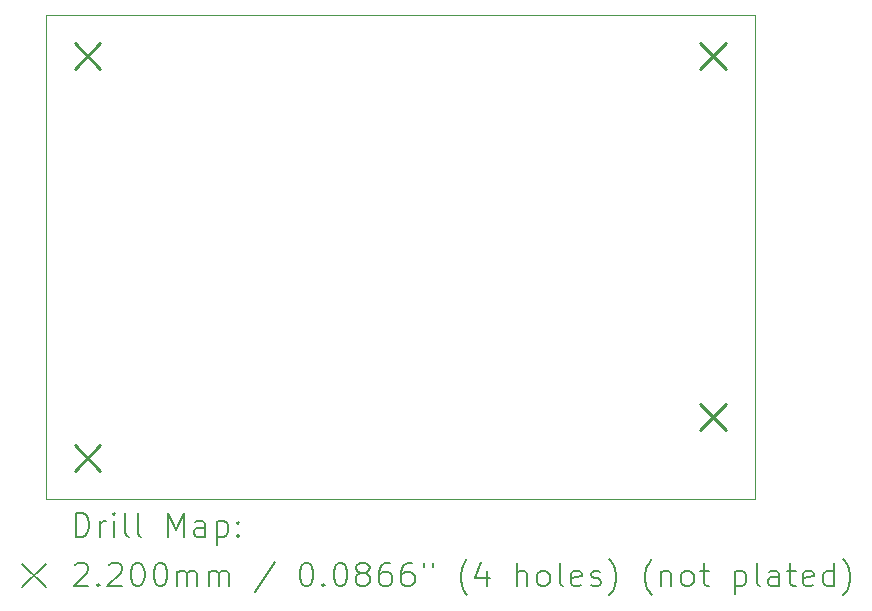
<source format=gbr>
%FSLAX45Y45*%
G04 Gerber Fmt 4.5, Leading zero omitted, Abs format (unit mm)*
G04 Created by KiCad (PCBNEW (6.99.0)) date 2022-12-27 21:54:53*
%MOMM*%
%LPD*%
G01*
G04 APERTURE LIST*
%TA.AperFunction,Profile*%
%ADD10C,0.100000*%
%TD*%
%ADD11C,0.200000*%
%ADD12C,0.220000*%
G04 APERTURE END LIST*
D10*
X0Y0D02*
X6000000Y0D01*
X6000000Y0D02*
X6000000Y-4100000D01*
X6000000Y-4100000D02*
X0Y-4100000D01*
X0Y-4100000D02*
X0Y0D01*
D11*
D12*
X240000Y-240000D02*
X460000Y-460000D01*
X460000Y-240000D02*
X240000Y-460000D01*
X240000Y-3640000D02*
X460000Y-3860000D01*
X460000Y-3640000D02*
X240000Y-3860000D01*
X5540000Y-240000D02*
X5760000Y-460000D01*
X5760000Y-240000D02*
X5540000Y-460000D01*
X5540000Y-3290000D02*
X5760000Y-3510000D01*
X5760000Y-3290000D02*
X5540000Y-3510000D01*
D11*
X252619Y-4415476D02*
X252619Y-4215476D01*
X300238Y-4215476D01*
X328810Y-4225000D01*
X347857Y-4244048D01*
X357381Y-4263095D01*
X366905Y-4301190D01*
X366905Y-4329762D01*
X357381Y-4367857D01*
X347857Y-4386905D01*
X328810Y-4405952D01*
X300238Y-4415476D01*
X252619Y-4415476D01*
X452619Y-4415476D02*
X452619Y-4282143D01*
X452619Y-4320238D02*
X462143Y-4301190D01*
X471667Y-4291667D01*
X490714Y-4282143D01*
X509762Y-4282143D01*
X576429Y-4415476D02*
X576429Y-4282143D01*
X576429Y-4215476D02*
X566905Y-4225000D01*
X576429Y-4234524D01*
X585952Y-4225000D01*
X576429Y-4215476D01*
X576429Y-4234524D01*
X700238Y-4415476D02*
X681190Y-4405952D01*
X671667Y-4386905D01*
X671667Y-4215476D01*
X805000Y-4415476D02*
X785952Y-4405952D01*
X776428Y-4386905D01*
X776428Y-4215476D01*
X1033571Y-4415476D02*
X1033571Y-4215476D01*
X1100238Y-4358333D01*
X1166905Y-4215476D01*
X1166905Y-4415476D01*
X1347857Y-4415476D02*
X1347857Y-4310714D01*
X1338333Y-4291667D01*
X1319286Y-4282143D01*
X1281190Y-4282143D01*
X1262143Y-4291667D01*
X1347857Y-4405952D02*
X1328810Y-4415476D01*
X1281190Y-4415476D01*
X1262143Y-4405952D01*
X1252619Y-4386905D01*
X1252619Y-4367857D01*
X1262143Y-4348810D01*
X1281190Y-4339286D01*
X1328810Y-4339286D01*
X1347857Y-4329762D01*
X1443095Y-4282143D02*
X1443095Y-4482143D01*
X1443095Y-4291667D02*
X1462143Y-4282143D01*
X1500238Y-4282143D01*
X1519286Y-4291667D01*
X1528809Y-4301190D01*
X1538333Y-4320238D01*
X1538333Y-4377381D01*
X1528809Y-4396429D01*
X1519286Y-4405952D01*
X1500238Y-4415476D01*
X1462143Y-4415476D01*
X1443095Y-4405952D01*
X1624048Y-4396429D02*
X1633571Y-4405952D01*
X1624048Y-4415476D01*
X1614524Y-4405952D01*
X1624048Y-4396429D01*
X1624048Y-4415476D01*
X1624048Y-4291667D02*
X1633571Y-4301190D01*
X1624048Y-4310714D01*
X1614524Y-4301190D01*
X1624048Y-4291667D01*
X1624048Y-4310714D01*
X-205000Y-4645000D02*
X-5000Y-4845000D01*
X-5000Y-4645000D02*
X-205000Y-4845000D01*
X243095Y-4654524D02*
X252619Y-4645000D01*
X271667Y-4635476D01*
X319286Y-4635476D01*
X338333Y-4645000D01*
X347857Y-4654524D01*
X357381Y-4673571D01*
X357381Y-4692619D01*
X347857Y-4721190D01*
X233571Y-4835476D01*
X357381Y-4835476D01*
X443095Y-4816429D02*
X452619Y-4825952D01*
X443095Y-4835476D01*
X433571Y-4825952D01*
X443095Y-4816429D01*
X443095Y-4835476D01*
X528810Y-4654524D02*
X538333Y-4645000D01*
X557381Y-4635476D01*
X605000Y-4635476D01*
X624048Y-4645000D01*
X633571Y-4654524D01*
X643095Y-4673571D01*
X643095Y-4692619D01*
X633571Y-4721190D01*
X519286Y-4835476D01*
X643095Y-4835476D01*
X766905Y-4635476D02*
X785952Y-4635476D01*
X805000Y-4645000D01*
X814524Y-4654524D01*
X824048Y-4673571D01*
X833571Y-4711667D01*
X833571Y-4759286D01*
X824048Y-4797381D01*
X814524Y-4816429D01*
X805000Y-4825952D01*
X785952Y-4835476D01*
X766905Y-4835476D01*
X747857Y-4825952D01*
X738333Y-4816429D01*
X728809Y-4797381D01*
X719286Y-4759286D01*
X719286Y-4711667D01*
X728809Y-4673571D01*
X738333Y-4654524D01*
X747857Y-4645000D01*
X766905Y-4635476D01*
X957381Y-4635476D02*
X976428Y-4635476D01*
X995476Y-4645000D01*
X1005000Y-4654524D01*
X1014524Y-4673571D01*
X1024048Y-4711667D01*
X1024048Y-4759286D01*
X1014524Y-4797381D01*
X1005000Y-4816429D01*
X995476Y-4825952D01*
X976428Y-4835476D01*
X957381Y-4835476D01*
X938333Y-4825952D01*
X928809Y-4816429D01*
X919286Y-4797381D01*
X909762Y-4759286D01*
X909762Y-4711667D01*
X919286Y-4673571D01*
X928809Y-4654524D01*
X938333Y-4645000D01*
X957381Y-4635476D01*
X1109762Y-4835476D02*
X1109762Y-4702143D01*
X1109762Y-4721190D02*
X1119286Y-4711667D01*
X1138333Y-4702143D01*
X1166905Y-4702143D01*
X1185952Y-4711667D01*
X1195476Y-4730714D01*
X1195476Y-4835476D01*
X1195476Y-4730714D02*
X1205000Y-4711667D01*
X1224048Y-4702143D01*
X1252619Y-4702143D01*
X1271667Y-4711667D01*
X1281190Y-4730714D01*
X1281190Y-4835476D01*
X1376429Y-4835476D02*
X1376429Y-4702143D01*
X1376429Y-4721190D02*
X1385952Y-4711667D01*
X1405000Y-4702143D01*
X1433571Y-4702143D01*
X1452619Y-4711667D01*
X1462143Y-4730714D01*
X1462143Y-4835476D01*
X1462143Y-4730714D02*
X1471667Y-4711667D01*
X1490714Y-4702143D01*
X1519286Y-4702143D01*
X1538333Y-4711667D01*
X1547857Y-4730714D01*
X1547857Y-4835476D01*
X1938333Y-4625952D02*
X1766905Y-4883095D01*
X2195476Y-4635476D02*
X2214524Y-4635476D01*
X2233571Y-4645000D01*
X2243095Y-4654524D01*
X2252619Y-4673571D01*
X2262143Y-4711667D01*
X2262143Y-4759286D01*
X2252619Y-4797381D01*
X2243095Y-4816429D01*
X2233571Y-4825952D01*
X2214524Y-4835476D01*
X2195476Y-4835476D01*
X2176429Y-4825952D01*
X2166905Y-4816429D01*
X2157381Y-4797381D01*
X2147857Y-4759286D01*
X2147857Y-4711667D01*
X2157381Y-4673571D01*
X2166905Y-4654524D01*
X2176429Y-4645000D01*
X2195476Y-4635476D01*
X2347857Y-4816429D02*
X2357381Y-4825952D01*
X2347857Y-4835476D01*
X2338333Y-4825952D01*
X2347857Y-4816429D01*
X2347857Y-4835476D01*
X2481190Y-4635476D02*
X2500238Y-4635476D01*
X2519286Y-4645000D01*
X2528810Y-4654524D01*
X2538333Y-4673571D01*
X2547857Y-4711667D01*
X2547857Y-4759286D01*
X2538333Y-4797381D01*
X2528810Y-4816429D01*
X2519286Y-4825952D01*
X2500238Y-4835476D01*
X2481190Y-4835476D01*
X2462143Y-4825952D01*
X2452619Y-4816429D01*
X2443095Y-4797381D01*
X2433571Y-4759286D01*
X2433571Y-4711667D01*
X2443095Y-4673571D01*
X2452619Y-4654524D01*
X2462143Y-4645000D01*
X2481190Y-4635476D01*
X2662143Y-4721190D02*
X2643095Y-4711667D01*
X2633571Y-4702143D01*
X2624048Y-4683095D01*
X2624048Y-4673571D01*
X2633571Y-4654524D01*
X2643095Y-4645000D01*
X2662143Y-4635476D01*
X2700238Y-4635476D01*
X2719286Y-4645000D01*
X2728810Y-4654524D01*
X2738333Y-4673571D01*
X2738333Y-4683095D01*
X2728810Y-4702143D01*
X2719286Y-4711667D01*
X2700238Y-4721190D01*
X2662143Y-4721190D01*
X2643095Y-4730714D01*
X2633571Y-4740238D01*
X2624048Y-4759286D01*
X2624048Y-4797381D01*
X2633571Y-4816429D01*
X2643095Y-4825952D01*
X2662143Y-4835476D01*
X2700238Y-4835476D01*
X2719286Y-4825952D01*
X2728810Y-4816429D01*
X2738333Y-4797381D01*
X2738333Y-4759286D01*
X2728810Y-4740238D01*
X2719286Y-4730714D01*
X2700238Y-4721190D01*
X2909762Y-4635476D02*
X2871667Y-4635476D01*
X2852619Y-4645000D01*
X2843095Y-4654524D01*
X2824048Y-4683095D01*
X2814524Y-4721190D01*
X2814524Y-4797381D01*
X2824048Y-4816429D01*
X2833571Y-4825952D01*
X2852619Y-4835476D01*
X2890714Y-4835476D01*
X2909762Y-4825952D01*
X2919286Y-4816429D01*
X2928809Y-4797381D01*
X2928809Y-4749762D01*
X2919286Y-4730714D01*
X2909762Y-4721190D01*
X2890714Y-4711667D01*
X2852619Y-4711667D01*
X2833571Y-4721190D01*
X2824048Y-4730714D01*
X2814524Y-4749762D01*
X3100238Y-4635476D02*
X3062143Y-4635476D01*
X3043095Y-4645000D01*
X3033571Y-4654524D01*
X3014524Y-4683095D01*
X3005000Y-4721190D01*
X3005000Y-4797381D01*
X3014524Y-4816429D01*
X3024048Y-4825952D01*
X3043095Y-4835476D01*
X3081190Y-4835476D01*
X3100238Y-4825952D01*
X3109762Y-4816429D01*
X3119286Y-4797381D01*
X3119286Y-4749762D01*
X3109762Y-4730714D01*
X3100238Y-4721190D01*
X3081190Y-4711667D01*
X3043095Y-4711667D01*
X3024048Y-4721190D01*
X3014524Y-4730714D01*
X3005000Y-4749762D01*
X3195476Y-4635476D02*
X3195476Y-4673571D01*
X3271667Y-4635476D02*
X3271667Y-4673571D01*
X3566905Y-4911667D02*
X3557381Y-4902143D01*
X3538333Y-4873571D01*
X3528809Y-4854524D01*
X3519286Y-4825952D01*
X3509762Y-4778333D01*
X3509762Y-4740238D01*
X3519286Y-4692619D01*
X3528809Y-4664048D01*
X3538333Y-4645000D01*
X3557381Y-4616429D01*
X3566905Y-4606905D01*
X3728809Y-4702143D02*
X3728809Y-4835476D01*
X3681190Y-4625952D02*
X3633571Y-4768810D01*
X3757381Y-4768810D01*
X3985952Y-4835476D02*
X3985952Y-4635476D01*
X4071667Y-4835476D02*
X4071667Y-4730714D01*
X4062143Y-4711667D01*
X4043095Y-4702143D01*
X4014524Y-4702143D01*
X3995476Y-4711667D01*
X3985952Y-4721190D01*
X4195476Y-4835476D02*
X4176428Y-4825952D01*
X4166905Y-4816429D01*
X4157381Y-4797381D01*
X4157381Y-4740238D01*
X4166905Y-4721190D01*
X4176428Y-4711667D01*
X4195476Y-4702143D01*
X4224048Y-4702143D01*
X4243095Y-4711667D01*
X4252619Y-4721190D01*
X4262143Y-4740238D01*
X4262143Y-4797381D01*
X4252619Y-4816429D01*
X4243095Y-4825952D01*
X4224048Y-4835476D01*
X4195476Y-4835476D01*
X4376429Y-4835476D02*
X4357381Y-4825952D01*
X4347857Y-4806905D01*
X4347857Y-4635476D01*
X4528810Y-4825952D02*
X4509762Y-4835476D01*
X4471667Y-4835476D01*
X4452619Y-4825952D01*
X4443095Y-4806905D01*
X4443095Y-4730714D01*
X4452619Y-4711667D01*
X4471667Y-4702143D01*
X4509762Y-4702143D01*
X4528810Y-4711667D01*
X4538333Y-4730714D01*
X4538333Y-4749762D01*
X4443095Y-4768810D01*
X4614524Y-4825952D02*
X4633571Y-4835476D01*
X4671667Y-4835476D01*
X4690714Y-4825952D01*
X4700238Y-4806905D01*
X4700238Y-4797381D01*
X4690714Y-4778333D01*
X4671667Y-4768810D01*
X4643095Y-4768810D01*
X4624048Y-4759286D01*
X4614524Y-4740238D01*
X4614524Y-4730714D01*
X4624048Y-4711667D01*
X4643095Y-4702143D01*
X4671667Y-4702143D01*
X4690714Y-4711667D01*
X4766905Y-4911667D02*
X4776429Y-4902143D01*
X4795476Y-4873571D01*
X4805000Y-4854524D01*
X4814524Y-4825952D01*
X4824048Y-4778333D01*
X4824048Y-4740238D01*
X4814524Y-4692619D01*
X4805000Y-4664048D01*
X4795476Y-4645000D01*
X4776429Y-4616429D01*
X4766905Y-4606905D01*
X5128810Y-4911667D02*
X5119286Y-4902143D01*
X5100238Y-4873571D01*
X5090714Y-4854524D01*
X5081190Y-4825952D01*
X5071667Y-4778333D01*
X5071667Y-4740238D01*
X5081190Y-4692619D01*
X5090714Y-4664048D01*
X5100238Y-4645000D01*
X5119286Y-4616429D01*
X5128810Y-4606905D01*
X5205000Y-4702143D02*
X5205000Y-4835476D01*
X5205000Y-4721190D02*
X5214524Y-4711667D01*
X5233571Y-4702143D01*
X5262143Y-4702143D01*
X5281190Y-4711667D01*
X5290714Y-4730714D01*
X5290714Y-4835476D01*
X5414524Y-4835476D02*
X5395476Y-4825952D01*
X5385952Y-4816429D01*
X5376429Y-4797381D01*
X5376429Y-4740238D01*
X5385952Y-4721190D01*
X5395476Y-4711667D01*
X5414524Y-4702143D01*
X5443095Y-4702143D01*
X5462143Y-4711667D01*
X5471667Y-4721190D01*
X5481190Y-4740238D01*
X5481190Y-4797381D01*
X5471667Y-4816429D01*
X5462143Y-4825952D01*
X5443095Y-4835476D01*
X5414524Y-4835476D01*
X5538333Y-4702143D02*
X5614524Y-4702143D01*
X5566905Y-4635476D02*
X5566905Y-4806905D01*
X5576429Y-4825952D01*
X5595476Y-4835476D01*
X5614524Y-4835476D01*
X5833571Y-4702143D02*
X5833571Y-4902143D01*
X5833571Y-4711667D02*
X5852619Y-4702143D01*
X5890714Y-4702143D01*
X5909762Y-4711667D01*
X5919286Y-4721190D01*
X5928809Y-4740238D01*
X5928809Y-4797381D01*
X5919286Y-4816429D01*
X5909762Y-4825952D01*
X5890714Y-4835476D01*
X5852619Y-4835476D01*
X5833571Y-4825952D01*
X6043095Y-4835476D02*
X6024048Y-4825952D01*
X6014524Y-4806905D01*
X6014524Y-4635476D01*
X6205000Y-4835476D02*
X6205000Y-4730714D01*
X6195476Y-4711667D01*
X6176428Y-4702143D01*
X6138333Y-4702143D01*
X6119286Y-4711667D01*
X6205000Y-4825952D02*
X6185952Y-4835476D01*
X6138333Y-4835476D01*
X6119286Y-4825952D01*
X6109762Y-4806905D01*
X6109762Y-4787857D01*
X6119286Y-4768810D01*
X6138333Y-4759286D01*
X6185952Y-4759286D01*
X6205000Y-4749762D01*
X6271667Y-4702143D02*
X6347857Y-4702143D01*
X6300238Y-4635476D02*
X6300238Y-4806905D01*
X6309762Y-4825952D01*
X6328809Y-4835476D01*
X6347857Y-4835476D01*
X6490714Y-4825952D02*
X6471667Y-4835476D01*
X6433571Y-4835476D01*
X6414524Y-4825952D01*
X6405000Y-4806905D01*
X6405000Y-4730714D01*
X6414524Y-4711667D01*
X6433571Y-4702143D01*
X6471667Y-4702143D01*
X6490714Y-4711667D01*
X6500238Y-4730714D01*
X6500238Y-4749762D01*
X6405000Y-4768810D01*
X6671667Y-4835476D02*
X6671667Y-4635476D01*
X6671667Y-4825952D02*
X6652619Y-4835476D01*
X6614524Y-4835476D01*
X6595476Y-4825952D01*
X6585952Y-4816429D01*
X6576428Y-4797381D01*
X6576428Y-4740238D01*
X6585952Y-4721190D01*
X6595476Y-4711667D01*
X6614524Y-4702143D01*
X6652619Y-4702143D01*
X6671667Y-4711667D01*
X6747857Y-4911667D02*
X6757381Y-4902143D01*
X6776428Y-4873571D01*
X6785952Y-4854524D01*
X6795476Y-4825952D01*
X6805000Y-4778333D01*
X6805000Y-4740238D01*
X6795476Y-4692619D01*
X6785952Y-4664048D01*
X6776428Y-4645000D01*
X6757381Y-4616429D01*
X6747857Y-4606905D01*
M02*

</source>
